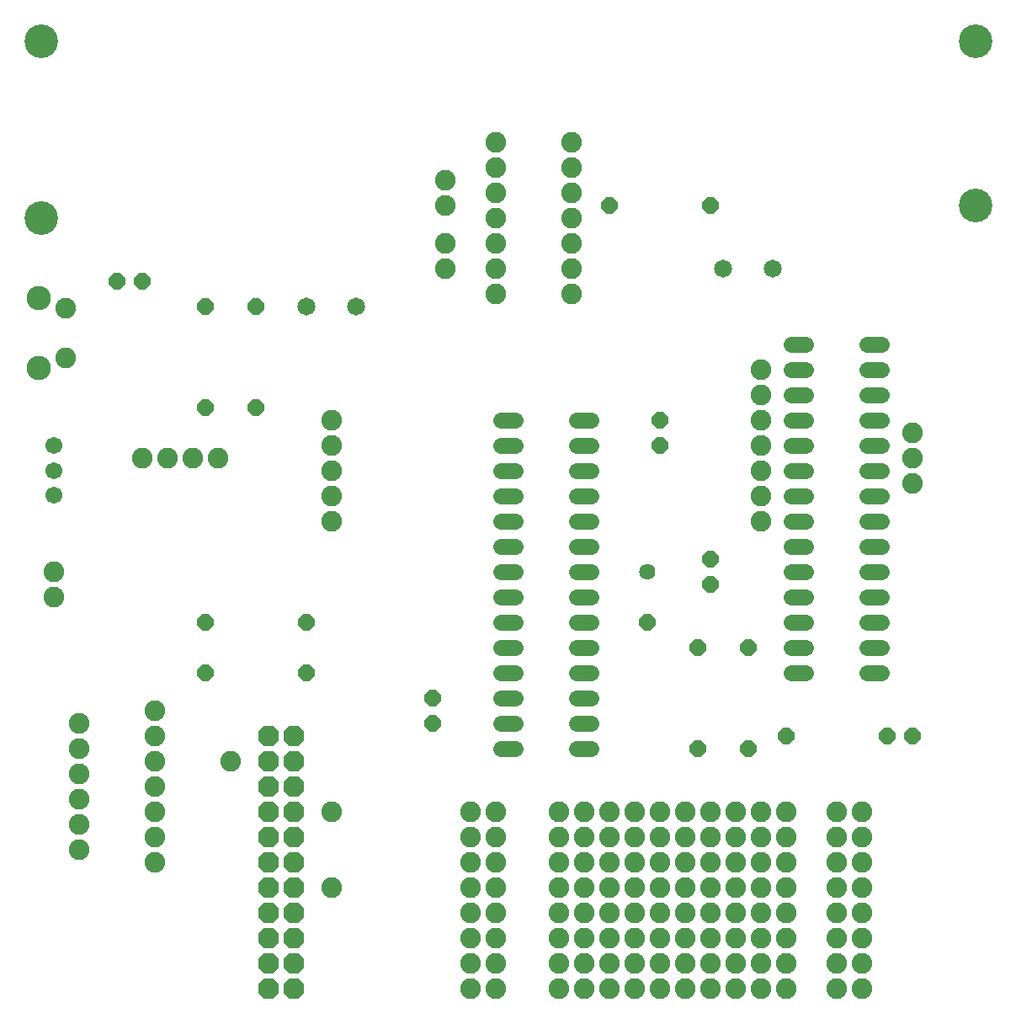
<source format=gbs>
G75*
%MOIN*%
%OFA0B0*%
%FSLAX25Y25*%
%IPPOS*%
%LPD*%
%AMOC8*
5,1,8,0,0,1.08239X$1,22.5*
%
%ADD10C,0.13300*%
%ADD11C,0.06400*%
%ADD12C,0.08182*%
%ADD13C,0.09658*%
%ADD14C,0.08200*%
%ADD15C,0.06743*%
%ADD16OC8,0.06400*%
%ADD17C,0.07137*%
%ADD18C,0.06400*%
%ADD19OC8,0.08200*%
D10*
X0106250Y0316800D03*
X0106250Y0386800D03*
X0476250Y0386800D03*
X0476250Y0321800D03*
D11*
X0439050Y0266800D02*
X0433450Y0266800D01*
X0433450Y0256800D02*
X0439050Y0256800D01*
X0439050Y0246800D02*
X0433450Y0246800D01*
X0433450Y0236800D02*
X0439050Y0236800D01*
X0439050Y0226800D02*
X0433450Y0226800D01*
X0433450Y0216800D02*
X0439050Y0216800D01*
X0439050Y0206800D02*
X0433450Y0206800D01*
X0433450Y0196800D02*
X0439050Y0196800D01*
X0439050Y0186800D02*
X0433450Y0186800D01*
X0433450Y0176800D02*
X0439050Y0176800D01*
X0439050Y0166800D02*
X0433450Y0166800D01*
X0433450Y0156800D02*
X0439050Y0156800D01*
X0439050Y0146800D02*
X0433450Y0146800D01*
X0433450Y0136800D02*
X0439050Y0136800D01*
X0409050Y0136800D02*
X0403450Y0136800D01*
X0403450Y0146800D02*
X0409050Y0146800D01*
X0409050Y0156800D02*
X0403450Y0156800D01*
X0403450Y0166800D02*
X0409050Y0166800D01*
X0409050Y0176800D02*
X0403450Y0176800D01*
X0403450Y0186800D02*
X0409050Y0186800D01*
X0409050Y0196800D02*
X0403450Y0196800D01*
X0403450Y0206800D02*
X0409050Y0206800D01*
X0409050Y0216800D02*
X0403450Y0216800D01*
X0403450Y0226800D02*
X0409050Y0226800D01*
X0409050Y0236800D02*
X0403450Y0236800D01*
X0403450Y0246800D02*
X0409050Y0246800D01*
X0409050Y0256800D02*
X0403450Y0256800D01*
X0403450Y0266800D02*
X0409050Y0266800D01*
X0324050Y0236800D02*
X0318450Y0236800D01*
X0318450Y0226800D02*
X0324050Y0226800D01*
X0324050Y0216800D02*
X0318450Y0216800D01*
X0318450Y0206800D02*
X0324050Y0206800D01*
X0324050Y0196800D02*
X0318450Y0196800D01*
X0318450Y0186800D02*
X0324050Y0186800D01*
X0324050Y0176800D02*
X0318450Y0176800D01*
X0318450Y0166800D02*
X0324050Y0166800D01*
X0324050Y0156800D02*
X0318450Y0156800D01*
X0318450Y0146800D02*
X0324050Y0146800D01*
X0324050Y0136800D02*
X0318450Y0136800D01*
X0318450Y0126800D02*
X0324050Y0126800D01*
X0324050Y0116800D02*
X0318450Y0116800D01*
X0318450Y0106800D02*
X0324050Y0106800D01*
X0294050Y0106800D02*
X0288450Y0106800D01*
X0288450Y0116800D02*
X0294050Y0116800D01*
X0294050Y0126800D02*
X0288450Y0126800D01*
X0288450Y0136800D02*
X0294050Y0136800D01*
X0294050Y0146800D02*
X0288450Y0146800D01*
X0288450Y0156800D02*
X0294050Y0156800D01*
X0294050Y0166800D02*
X0288450Y0166800D01*
X0288450Y0176800D02*
X0294050Y0176800D01*
X0294050Y0186800D02*
X0288450Y0186800D01*
X0288450Y0196800D02*
X0294050Y0196800D01*
X0294050Y0206800D02*
X0288450Y0206800D01*
X0288450Y0216800D02*
X0294050Y0216800D01*
X0294050Y0226800D02*
X0288450Y0226800D01*
X0288450Y0236800D02*
X0294050Y0236800D01*
D12*
X0115880Y0261457D03*
X0115880Y0281143D03*
D13*
X0105250Y0285080D03*
X0105250Y0257520D03*
D14*
X0121250Y0066800D03*
X0121250Y0076800D03*
X0121250Y0086800D03*
X0121250Y0096800D03*
X0121250Y0106800D03*
X0121250Y0116800D03*
X0151250Y0111800D03*
X0151250Y0121800D03*
X0151250Y0101800D03*
X0151250Y0091800D03*
X0151250Y0081800D03*
X0151250Y0071800D03*
X0151250Y0061800D03*
X0181250Y0101800D03*
X0221250Y0081800D03*
X0221250Y0051800D03*
X0276250Y0051800D03*
X0276250Y0041800D03*
X0286250Y0041800D03*
X0286250Y0051800D03*
X0286250Y0061800D03*
X0276250Y0061800D03*
X0276250Y0071800D03*
X0276250Y0081800D03*
X0286250Y0081800D03*
X0286250Y0071800D03*
X0311250Y0071800D03*
X0311250Y0081800D03*
X0321250Y0081800D03*
X0321250Y0071800D03*
X0331250Y0071800D03*
X0331250Y0081800D03*
X0341250Y0081800D03*
X0341250Y0071800D03*
X0351250Y0071800D03*
X0351250Y0081800D03*
X0361250Y0081800D03*
X0361250Y0071800D03*
X0371250Y0071800D03*
X0371250Y0081800D03*
X0381250Y0081800D03*
X0381250Y0071800D03*
X0391250Y0071800D03*
X0391250Y0081800D03*
X0401250Y0081800D03*
X0401250Y0071800D03*
X0401250Y0061800D03*
X0391250Y0061800D03*
X0381250Y0061800D03*
X0371250Y0061800D03*
X0361250Y0061800D03*
X0351250Y0061800D03*
X0341250Y0061800D03*
X0331250Y0061800D03*
X0321250Y0061800D03*
X0311250Y0061800D03*
X0311250Y0051800D03*
X0311250Y0041800D03*
X0321250Y0041800D03*
X0321250Y0051800D03*
X0331250Y0051800D03*
X0331250Y0041800D03*
X0341250Y0041800D03*
X0341250Y0051800D03*
X0351250Y0051800D03*
X0351250Y0041800D03*
X0361250Y0041800D03*
X0361250Y0051800D03*
X0371250Y0051800D03*
X0371250Y0041800D03*
X0381250Y0041800D03*
X0381250Y0051800D03*
X0391250Y0051800D03*
X0391250Y0041800D03*
X0401250Y0041800D03*
X0401250Y0051800D03*
X0421250Y0051800D03*
X0421250Y0041800D03*
X0431250Y0041800D03*
X0431250Y0051800D03*
X0431250Y0061800D03*
X0421250Y0061800D03*
X0421250Y0071800D03*
X0421250Y0081800D03*
X0431250Y0081800D03*
X0431250Y0071800D03*
X0431250Y0031800D03*
X0431250Y0021800D03*
X0421250Y0021800D03*
X0421250Y0031800D03*
X0401250Y0031800D03*
X0401250Y0021800D03*
X0391250Y0021800D03*
X0391250Y0031800D03*
X0381250Y0031800D03*
X0381250Y0021800D03*
X0371250Y0021800D03*
X0371250Y0031800D03*
X0361250Y0031800D03*
X0361250Y0021800D03*
X0351250Y0021800D03*
X0351250Y0031800D03*
X0341250Y0031800D03*
X0341250Y0021800D03*
X0331250Y0021800D03*
X0331250Y0031800D03*
X0321250Y0031800D03*
X0321250Y0021800D03*
X0311250Y0021800D03*
X0311250Y0031800D03*
X0311250Y0011800D03*
X0321250Y0011800D03*
X0331250Y0011800D03*
X0341250Y0011800D03*
X0351250Y0011800D03*
X0361250Y0011800D03*
X0371250Y0011800D03*
X0381250Y0011800D03*
X0391250Y0011800D03*
X0401250Y0011800D03*
X0421250Y0011800D03*
X0431250Y0011800D03*
X0286250Y0011800D03*
X0276250Y0011800D03*
X0276250Y0021800D03*
X0276250Y0031800D03*
X0286250Y0031800D03*
X0286250Y0021800D03*
X0111250Y0166800D03*
X0111250Y0176800D03*
X0146250Y0221800D03*
X0156250Y0221800D03*
X0166250Y0221800D03*
X0176250Y0221800D03*
X0221250Y0216800D03*
X0221250Y0226800D03*
X0221250Y0236800D03*
X0221250Y0206800D03*
X0221250Y0196800D03*
X0286250Y0286800D03*
X0286250Y0296800D03*
X0286250Y0306800D03*
X0286250Y0316800D03*
X0286250Y0326800D03*
X0286250Y0336800D03*
X0286250Y0346800D03*
X0266250Y0331800D03*
X0266250Y0321800D03*
X0266250Y0306800D03*
X0266250Y0296800D03*
X0316250Y0296800D03*
X0316250Y0306800D03*
X0316250Y0316800D03*
X0316250Y0326800D03*
X0316250Y0336800D03*
X0316250Y0346800D03*
X0316250Y0286800D03*
X0391250Y0256800D03*
X0391250Y0246800D03*
X0391250Y0236800D03*
X0391250Y0226800D03*
X0391250Y0216800D03*
X0391250Y0206800D03*
X0391250Y0196800D03*
X0451250Y0211800D03*
X0451250Y0221800D03*
X0451250Y0231800D03*
D15*
X0111250Y0226643D03*
X0111250Y0216800D03*
X0111250Y0206957D03*
D16*
X0171250Y0241800D03*
X0191250Y0241800D03*
X0191250Y0281800D03*
X0171250Y0281800D03*
X0146250Y0291800D03*
X0136250Y0291800D03*
X0171250Y0156800D03*
X0171250Y0136800D03*
X0211250Y0136800D03*
X0211250Y0156800D03*
X0261250Y0126800D03*
X0261250Y0116800D03*
X0346250Y0156800D03*
X0366250Y0146800D03*
X0386250Y0146800D03*
X0371250Y0171800D03*
X0371250Y0181800D03*
X0351250Y0226800D03*
X0351250Y0236800D03*
X0331250Y0321800D03*
X0371250Y0321800D03*
X0401250Y0111800D03*
X0386250Y0106800D03*
X0366250Y0106800D03*
X0441250Y0111800D03*
X0441250Y0111800D03*
X0451250Y0111800D03*
D17*
X0231093Y0281800D03*
X0211407Y0281800D03*
X0376407Y0296800D03*
X0396093Y0296800D03*
D18*
X0346250Y0176800D03*
D19*
X0206250Y0111800D03*
X0196250Y0111800D03*
X0196250Y0101800D03*
X0196250Y0091800D03*
X0206250Y0091800D03*
X0206250Y0101800D03*
X0206250Y0081800D03*
X0206250Y0071800D03*
X0196250Y0071800D03*
X0196250Y0081800D03*
X0196250Y0061800D03*
X0206250Y0061800D03*
X0206250Y0051800D03*
X0206250Y0041800D03*
X0196250Y0041800D03*
X0196250Y0051800D03*
X0196250Y0031800D03*
X0196250Y0021800D03*
X0206250Y0021800D03*
X0206250Y0031800D03*
X0206250Y0011800D03*
X0196250Y0011800D03*
M02*

</source>
